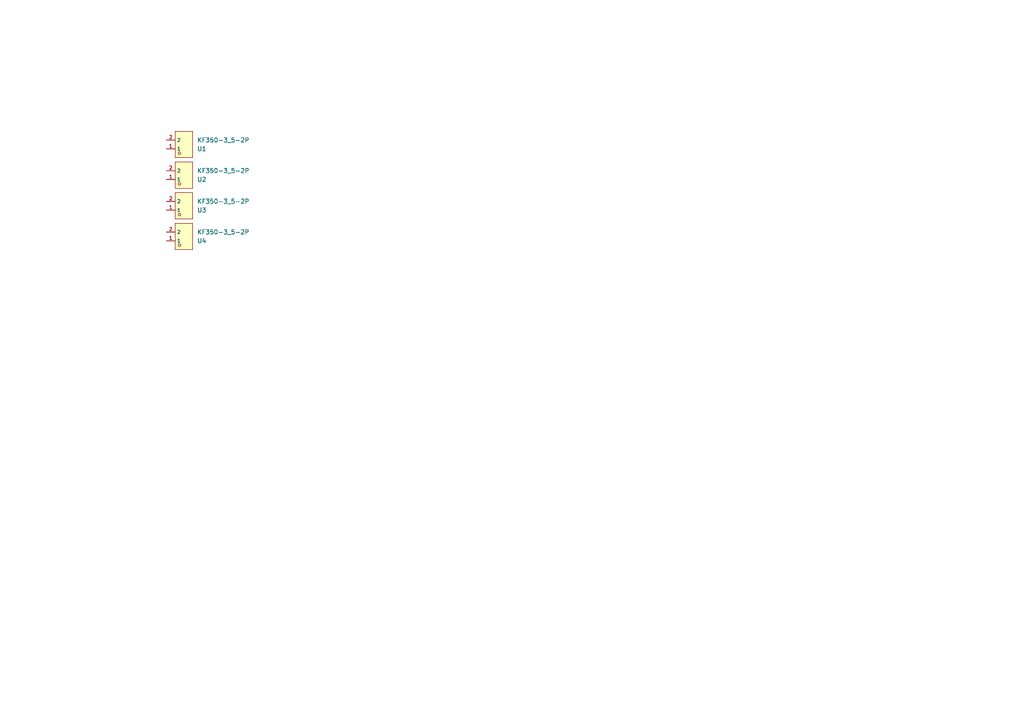
<source format=kicad_sch>
(kicad_sch (version 20211123) (generator eeschema)
  (paper "A4")
  (lib_symbols
    (symbol "MyParts:KF350-3_5-2P"
      (property "Reference" "U" (at 0 1.27 0))
      (property "Value" "KF350-3_5-2P" (at 0 -2.54 0))
      (symbol "KF350-3_5-2P_0_0"
        (rectangle (start -2.54 -8.89) (end 2.54 -16.51) (fill (type background)))
        (circle (center -1.27 -10.16) (radius 0.381) (fill (type background)))
        (pin unspecified line (at -5.08 -11.43 0) (length 2.54) (name "1") (number "1"))
        (pin unspecified line (at -5.08 -13.97 0) (length 2.54) (name "2") (number "2"))
      )
    )
  )
  (symbol (lib_id "MyParts:KF350-3_5-2P") (at 53.34 63.5 0) (mirror x) (unit 1)
    (property "Reference" "U2" (at 57.15 52.0701 0) (effects (justify left)))
    (property "Value" "KF350-3_5-2P" (at 57.15 49.5301 0) (effects (justify left)))
    (property "Footprint" "footprint:CONN-TH_P3.50_KF350-3.5-2P" (effects hide))
    (property "Datasheet" "https://item.szlcsc.com/481510.html" (effects hide))
    (property "LCSC #" "C474892" (effects hide))
  )
  (symbol (lib_id "MyParts:KF350-3_5-2P") (at 53.34 81.28 0) (mirror x) (unit 1)
    (property "Reference" "U4" (at 57.15 69.8501 0) (effects (justify left)))
    (property "Value" "KF350-3_5-2P" (at 57.15 67.3101 0) (effects (justify left)))
    (property "Footprint" "footprint:CONN-TH_P3.50_KF350-3.5-2P" (effects hide))
    (property "Datasheet" "https://item.szlcsc.com/481510.html" (effects hide))
    (property "LCSC #" "C474892" (effects hide))
  )
  (symbol (lib_id "MyParts:KF350-3_5-2P") (at 53.34 72.39 0) (mirror x) (unit 1)
    (property "Reference" "U3" (at 57.15 60.9601 0) (effects (justify left)))
    (property "Value" "KF350-3_5-2P" (at 57.15 58.4201 0) (effects (justify left)))
    (property "Footprint" "footprint:CONN-TH_P3.50_KF350-3.5-2P" (effects hide))
    (property "Datasheet" "https://item.szlcsc.com/481510.html" (effects hide))
    (property "LCSC #" "C474892" (effects hide))
  )
  (symbol (lib_id "MyParts:KF350-3_5-2P") (at 53.34 54.61 0) (mirror x) (unit 1)
    (property "Reference" "U1" (at 57.15 43.1801 0) (effects (justify left)))
    (property "Value" "KF350-3_5-2P" (at 57.15 40.6401 0) (effects (justify left)))
    (property "Footprint" "footprint:CONN-TH_P3.50_KF350-3.5-2P" (effects hide))
    (property "Datasheet" "https://item.szlcsc.com/481510.html" (effects hide))
    (property "LCSC #" "C474892" (effects hide))
  )
)
</source>
